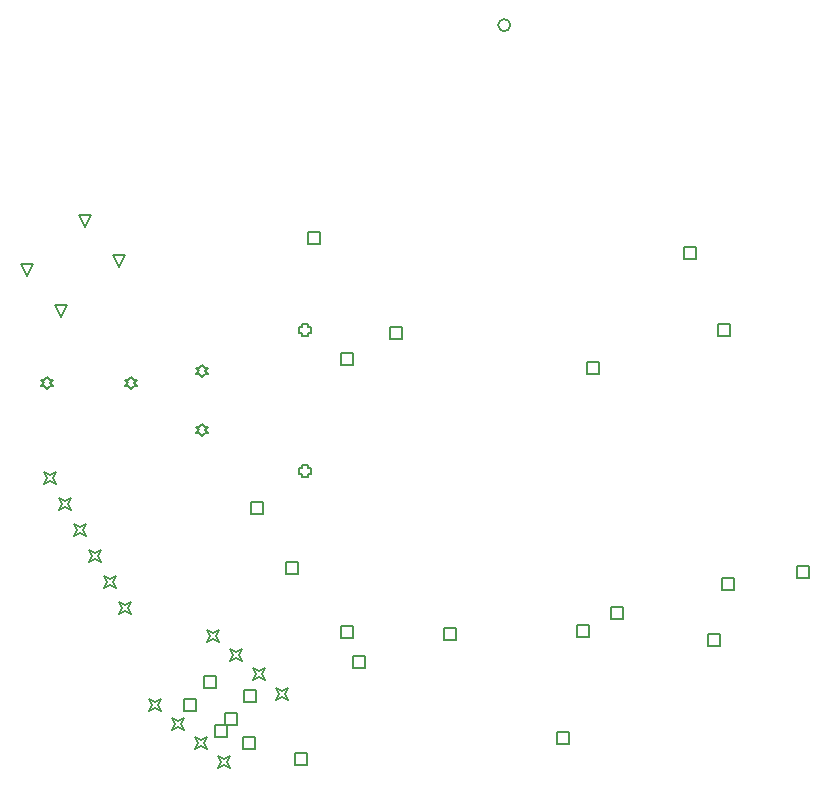
<source format=gbr>
G04 Layer_Color=2752767*
%FSLAX26Y26*%
%MOIN*%
%TF.FileFunction,Drawing*%
%TF.Part,Single*%
%TFFileComment,Halloween PCB
Pumpkin Badge
V1
Gadorach
(W.W.S.)*%
G01*
G75*
%TA.AperFunction,NonConductor*%
%ADD71C,0.005000*%
%ADD117C,0.006667*%
D71*
X2930477Y1633072D02*
Y1673072D01*
X2970477D01*
Y1633072D01*
X2930477D01*
X3978934Y1651614D02*
Y1691614D01*
X4018934D01*
Y1651614D01*
X3978934D01*
X2406471Y3374796D02*
X2386471Y3414796D01*
X2426471D01*
X2406471Y3374796D01*
X2520351Y3239079D02*
X2500351Y3279079D01*
X2540351D01*
X2520351Y3239079D01*
X2210436Y3210303D02*
X2190436Y3250303D01*
X2230436D01*
X2210436Y3210303D01*
X2324316Y3074586D02*
X2304316Y3114586D01*
X2344316D01*
X2324316Y3074586D01*
X3602436Y1998386D02*
Y2038386D01*
X3642436D01*
Y1998386D01*
X3602436D01*
X4043885Y2006236D02*
Y2046236D01*
X4083885D01*
Y2006236D01*
X4043885D01*
X4157990Y2067197D02*
Y2107197D01*
X4197990D01*
Y2067197D01*
X4157990D01*
X4480779Y1975864D02*
Y2015864D01*
X4520779D01*
Y1975864D01*
X4480779D01*
X4778107Y2203865D02*
Y2243865D01*
X4818107D01*
Y2203865D01*
X4778107D01*
X4529345Y2162220D02*
Y2202220D01*
X4569345D01*
Y2162220D01*
X4529345D01*
X4403143Y3268481D02*
Y3308481D01*
X4443143D01*
Y3268481D01*
X4403143D01*
X4516506Y3009477D02*
Y3049477D01*
X4556506D01*
Y3009477D01*
X4516506D01*
X4077325Y2885185D02*
Y2925185D01*
X4117325D01*
Y2885185D01*
X4077325D01*
X3148547Y3316161D02*
Y3356161D01*
X3188547D01*
Y3316161D01*
X3148547D01*
X3422314Y2999239D02*
Y3039239D01*
X3462314D01*
Y2999239D01*
X3422314D01*
X3260068Y2914958D02*
Y2954958D01*
X3300068D01*
Y2914958D01*
X3260068D01*
X2958213Y2416230D02*
Y2456230D01*
X2998213D01*
Y2416230D01*
X2958213D01*
X3075743Y2216865D02*
Y2256865D01*
X3115743D01*
Y2216865D01*
X3075743D01*
X3297117Y1904418D02*
Y1944418D01*
X3337117D01*
Y1904418D01*
X3297117D01*
X3257886Y2004597D02*
Y2044597D01*
X3297886D01*
Y2004597D01*
X3257886D01*
X2735171Y1760601D02*
Y1800601D01*
X2775171D01*
Y1760601D01*
X2735171D01*
X2839942Y1674462D02*
Y1714462D01*
X2879942D01*
Y1674462D01*
X2839942D01*
X3105254Y1578646D02*
Y1618646D01*
X3145254D01*
Y1578646D01*
X3105254D01*
X2800492Y1838158D02*
Y1878158D01*
X2840492D01*
Y1838158D01*
X2800492D01*
X2935316Y1790220D02*
Y1830220D01*
X2975316D01*
Y1790220D01*
X2935316D01*
X2871798Y1713522D02*
Y1753522D01*
X2911798D01*
Y1713522D01*
X2871798D01*
X2795000Y2873426D02*
X2805000Y2883426D01*
X2815000D01*
X2805000Y2893426D01*
X2815000Y2903426D01*
X2805000D01*
X2795000Y2913426D01*
X2785000Y2903426D01*
X2775000D01*
X2785000Y2893426D01*
X2775000Y2883426D01*
X2785000D01*
X2795000Y2873426D01*
Y2676574D02*
X2805000Y2686574D01*
X2815000D01*
X2805000Y2696574D01*
X2815000Y2706574D01*
X2805000D01*
X2795000Y2716574D01*
X2785000Y2706574D01*
X2775000D01*
X2785000Y2696574D01*
X2775000Y2686574D01*
X2785000D01*
X2795000Y2676574D01*
X2270000Y2518206D02*
X2280000Y2538206D01*
X2270000Y2558206D01*
X2290000Y2548206D01*
X2310000Y2558206D01*
X2300000Y2538206D01*
X2310000Y2518206D01*
X2290000Y2528206D01*
X2270000Y2518206D01*
X2320000Y2431602D02*
X2330000Y2451602D01*
X2320000Y2471602D01*
X2340000Y2461602D01*
X2360000Y2471602D01*
X2350000Y2451602D01*
X2360000Y2431602D01*
X2340000Y2441602D01*
X2320000Y2431602D01*
X2370000Y2345000D02*
X2380000Y2365000D01*
X2370000Y2385000D01*
X2390000Y2375000D01*
X2410000Y2385000D01*
X2400000Y2365000D01*
X2410000Y2345000D01*
X2390000Y2355000D01*
X2370000Y2345000D01*
X2420000Y2258398D02*
X2430000Y2278398D01*
X2420000Y2298398D01*
X2440000Y2288398D01*
X2460000Y2298398D01*
X2450000Y2278398D01*
X2460000Y2258398D01*
X2440000Y2268398D01*
X2420000Y2258398D01*
X2470000Y2171794D02*
X2480000Y2191794D01*
X2470000Y2211794D01*
X2490000Y2201794D01*
X2510000Y2211794D01*
X2500000Y2191794D01*
X2510000Y2171794D01*
X2490000Y2181794D01*
X2470000Y2171794D01*
X2520000Y2085192D02*
X2530000Y2105192D01*
X2520000Y2125192D01*
X2540000Y2115192D01*
X2560000Y2125192D01*
X2550000Y2105192D01*
X2560000Y2085192D01*
X2540000Y2095192D01*
X2520000Y2085192D01*
X2848488Y1568676D02*
X2858488Y1588676D01*
X2848488Y1608676D01*
X2868488Y1598676D01*
X2888488Y1608676D01*
X2878488Y1588676D01*
X2888488Y1568676D01*
X2868488Y1578676D01*
X2848488Y1568676D01*
X2771884Y1632954D02*
X2781884Y1652954D01*
X2771884Y1672954D01*
X2791884Y1662954D01*
X2811884Y1672954D01*
X2801884Y1652954D01*
X2811884Y1632954D01*
X2791884Y1642954D01*
X2771884Y1632954D01*
X2695280Y1697232D02*
X2705280Y1717232D01*
X2695280Y1737232D01*
X2715280Y1727232D01*
X2735280Y1737232D01*
X2725280Y1717232D01*
X2735280Y1697232D01*
X2715280Y1707232D01*
X2695280Y1697232D01*
X2618676Y1761512D02*
X2628676Y1781512D01*
X2618676Y1801512D01*
X2638676Y1791512D01*
X2658676Y1801512D01*
X2648676Y1781512D01*
X2658676Y1761512D01*
X2638676Y1771512D01*
X2618676Y1761512D01*
X3041324Y1798488D02*
X3051324Y1818488D01*
X3041324Y1838488D01*
X3061324Y1828488D01*
X3081324Y1838488D01*
X3071324Y1818488D01*
X3081324Y1798488D01*
X3061324Y1808488D01*
X3041324Y1798488D01*
X2964720Y1862768D02*
X2974720Y1882768D01*
X2964720Y1902768D01*
X2984720Y1892768D01*
X3004720Y1902768D01*
X2994720Y1882768D01*
X3004720Y1862768D01*
X2984720Y1872768D01*
X2964720Y1862768D01*
X2888116Y1927046D02*
X2898116Y1947046D01*
X2888116Y1967046D01*
X2908116Y1957046D01*
X2928116Y1967046D01*
X2918116Y1947046D01*
X2928116Y1927046D01*
X2908116Y1937046D01*
X2888116Y1927046D01*
X2811512Y1991324D02*
X2821512Y2011324D01*
X2811512Y2031324D01*
X2831512Y2021324D01*
X2851512Y2031324D01*
X2841512Y2011324D01*
X2851512Y1991324D01*
X2831512Y2001324D01*
X2811512Y1991324D01*
X2280236Y2835000D02*
X2290236Y2845000D01*
X2300236D01*
X2290236Y2855000D01*
X2300236Y2865000D01*
X2290236D01*
X2280236Y2875000D01*
X2270236Y2865000D01*
X2260236D01*
X2270236Y2855000D01*
X2260236Y2845000D01*
X2270236D01*
X2280236Y2835000D01*
X2559764D02*
X2569764Y2845000D01*
X2579764D01*
X2569764Y2855000D01*
X2579764Y2865000D01*
X2569764D01*
X2559764Y2875000D01*
X2549764Y2865000D01*
X2539764D01*
X2549764Y2855000D01*
X2539764Y2845000D01*
X2549764D01*
X2559764Y2835000D01*
X3130000Y2551496D02*
Y2541496D01*
X3150000D01*
Y2551496D01*
X3160000D01*
Y2571496D01*
X3150000D01*
Y2581496D01*
X3130000D01*
Y2571496D01*
X3120000D01*
Y2551496D01*
X3130000D01*
Y3020000D02*
Y3010000D01*
X3150000D01*
Y3020000D01*
X3160000D01*
Y3040000D01*
X3150000D01*
Y3050000D01*
X3130000D01*
Y3040000D01*
X3120000D01*
Y3020000D01*
X3130000D01*
D117*
X3822796Y4046367D02*
G03*
X3822796Y4046367I-20000J0D01*
G01*
%TF.MD5,a6e2460229c09b87164016cb3afcdf15*%
M02*

</source>
